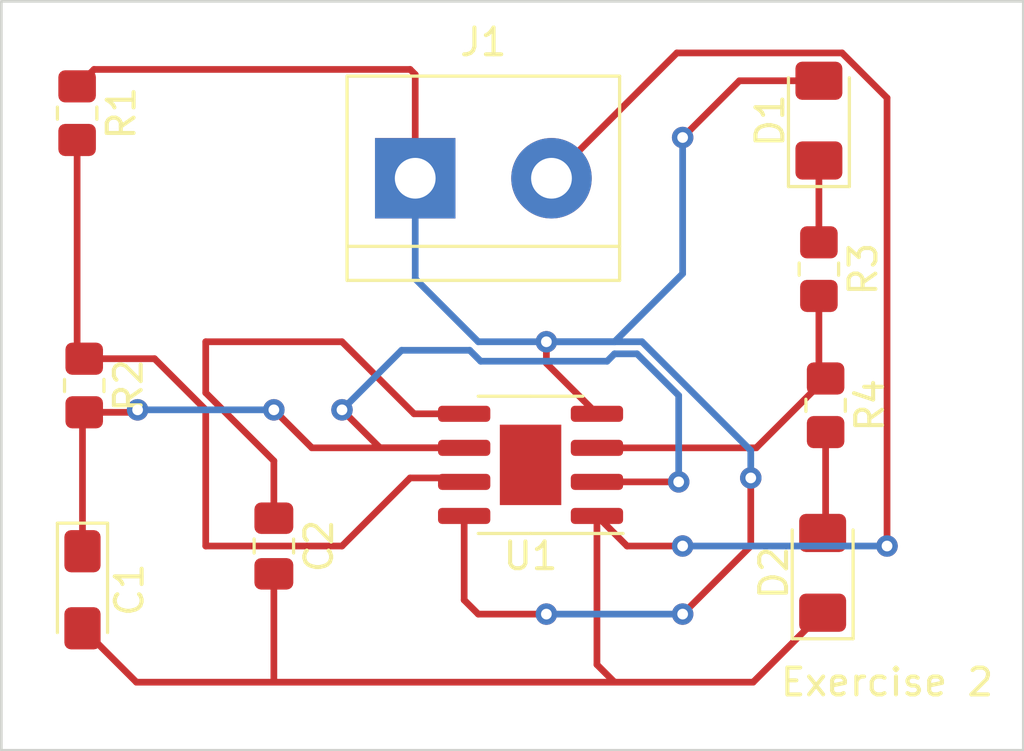
<source format=kicad_pcb>
(kicad_pcb (version 20211014) (generator pcbnew)
  (layers (0 "F.Cu" signal) (31 "B.Cu" signal) (34 "B.Paste" user) (35 "F.Paste" user) (36 "B.SilkS" user "B.Silkscreen") (37 "F.SilkS" user "F.Silkscreen") (38 "B.Mask" user) (39 "F.Mask" user) (44 "Edge.Cuts" user))
  (net 0 "")
  (net 1 "GND")
  (net 2 "/pin_2")
  (net 3 "/pin_3")
  (net 4 "+9V")
  (net 5 "Net-(C2-Pad1)")
  (net 6 "/pin_7")
  (net 7 "Net-(D1-Pad1)")
  (net 8 "Net-(D2-Pad2)")
  (footprint "LED_SMD:LED_1206_3216Metric_Pad1.42x1.75mm_HandSolder" (layer "F.Cu") (at 157.48 78.11 90)
    (fp_text reference "D1" (at 0 -1.82 90) (layer "F.SilkS"))
    (fp_text value "LED")
    (fp_line (start -2.46 1.135) (end 1.6 1.135) (layer "F.SilkS") (width 0.12))
    (fp_line (start 1.6 -1.135) (end -2.46 -1.135) (layer "F.SilkS") (width 0.12))
    (fp_line (start -2.46 -1.135) (end -2.46 1.135) (layer "F.SilkS") (width 0.12))
    (pad "1" smd roundrect (at -1.4875 0 90) (size 1.425 1.75) (layers "F.Cu" "F.Paste" "F.Mask") (roundrect_rratio 0.175439) (net 7 "Net-(D1-Pad1)"))
    (pad "2" smd roundrect (at 1.4875 0 90) (size 1.425 1.75) (layers "F.Cu" "F.Paste" "F.Mask") (roundrect_rratio 0.175439) (net 4 "+9V"))
  )
  (footprint "Resistor_SMD:R_0805_2012Metric_Pad1.20x1.40mm_HandSolder" (layer "F.Cu") (at 130.09 87.991744 -90)
    (fp_text reference "R2" (at 0 -1.65 90) (layer "F.SilkS"))
    (fp_text value "10k")
    (fp_line (start -0.227064 -0.735) (end 0.227064 -0.735) (layer "F.SilkS") (width 0.12))
    (fp_line (start -0.227064 0.735) (end 0.227064 0.735) (layer "F.SilkS") (width 0.12))
    (pad "1" smd roundrect (at -1 0 270) (size 1.2 1.4) (layers "F.Cu" "F.Paste" "F.Mask") (roundrect_rratio 0.208333) (net 6 "/pin_7"))
    (pad "2" smd roundrect (at 1 0 270) (size 1.2 1.4) (layers "F.Cu" "F.Paste" "F.Mask") (roundrect_rratio 0.208333) (net 2 "/pin_2"))
  )
  (footprint "Resistor_SMD:R_0805_2012Metric_Pad1.20x1.40mm_HandSolder" (layer "F.Cu") (at 157.73 88.73 -90)
    (fp_text reference "R4" (at 0 -1.65 90) (layer "F.SilkS"))
    (fp_text value "1k")
    (fp_line (start -0.227064 -0.735) (end 0.227064 -0.735) (layer "F.SilkS") (width 0.12))
    (fp_line (start -0.227064 0.735) (end 0.227064 0.735) (layer "F.SilkS") (width 0.12))
    (pad "1" smd roundrect (at -1 0 270) (size 1.2 1.4) (layers "F.Cu" "F.Paste" "F.Mask") (roundrect_rratio 0.208333) (net 3 "/pin_3"))
    (pad "2" smd roundrect (at 1 0 270) (size 1.2 1.4) (layers "F.Cu" "F.Paste" "F.Mask") (roundrect_rratio 0.208333) (net 8 "Net-(D2-Pad2)"))
  )
  (footprint "Resistor_SMD:R_0805_2012Metric_Pad1.20x1.40mm_HandSolder" (layer "F.Cu") (at 157.48 83.65 -90)
    (fp_text reference "R3" (at 0 -1.65 90) (layer "F.SilkS"))
    (fp_text value "1k")
    (fp_line (start -0.227064 0.735) (end 0.227064 0.735) (layer "F.SilkS") (width 0.12))
    (fp_line (start -0.227064 -0.735) (end 0.227064 -0.735) (layer "F.SilkS") (width 0.12))
    (pad "1" smd roundrect (at -1 0 270) (size 1.2 1.4) (layers "F.Cu" "F.Paste" "F.Mask") (roundrect_rratio 0.208333) (net 7 "Net-(D1-Pad1)"))
    (pad "2" smd roundrect (at 1 0 270) (size 1.2 1.4) (layers "F.Cu" "F.Paste" "F.Mask") (roundrect_rratio 0.208333) (net 3 "/pin_3"))
  )
  (footprint "Package_SO:SOIC-8-1EP_3.9x4.9mm_P1.27mm_EP2.29x3mm" (layer "F.Cu") (at 146.73 90.9525 180)
    (fp_text reference "U1" (at 0 -3.4) (layer "F.SilkS"))
    (fp_text value " ")
    (fp_line (start 0 2.56) (end 1.95 2.56) (layer "F.SilkS") (width 0.12))
    (fp_line (start 0 -2.56) (end -3.45 -2.56) (layer "F.SilkS") (width 0.12))
    (fp_line (start 0 -2.56) (end 1.95 -2.56) (layer "F.SilkS") (width 0.12))
    (fp_line (start 0 2.56) (end -1.95 2.56) (layer "F.SilkS") (width 0.12))
    (pad "1" smd roundrect (at -2.475 -1.905 180) (size 1.95 0.6) (layers "F.Cu" "F.Paste" "F.Mask") (net 1 "GND"))
    (pad "2" smd roundrect (at -2.475 -0.635 180) (size 1.95 0.6) (layers "F.Cu" "F.Paste" "F.Mask") (net 2 "/pin_2"))
    (pad "3" smd roundrect (at -2.475 0.635 180) (size 1.95 0.6) (layers "F.Cu" "F.Paste" "F.Mask") (net 3 "/pin_3"))
    (pad "4" smd roundrect (at -2.475 1.905 180) (size 1.95 0.6) (layers "F.Cu" "F.Paste" "F.Mask") (net 4 "+9V"))
    (pad "5" smd roundrect (at 2.475 1.905 180) (size 1.95 0.6) (layers "F.Cu" "F.Paste" "F.Mask") (net 5 "Net-(C2-Pad1)"))
    (pad "6" smd roundrect (at 2.475 0.635 180) (size 1.95 0.6) (layers "F.Cu" "F.Paste" "F.Mask") (net 2 "/pin_2"))
    (pad "7" smd roundrect (at 2.475 -0.635 180) (size 1.95 0.6) (layers "F.Cu" "F.Paste" "F.Mask") (net 6 "/pin_7"))
    (pad "8" smd roundrect (at 2.475 -1.905 180) (size 1.95 0.6) (layers "F.Cu" "F.Paste" "F.Mask") (net 4 "+9V"))
    (pad "9" smd rect (at 0 0 180) (size 2.29 3) (layers "F.Cu" "F.Mask"))
  )
  (footprint "Resistor_SMD:R_0805_2012Metric_Pad1.20x1.40mm_HandSolder" (layer "F.Cu") (at 129.825 77.831744 -90)
    (fp_text reference "R1" (at 0 -1.65 90) (layer "F.SilkS"))
    (fp_text value "1k")
    (fp_line (start -0.227064 0.735) (end 0.227064 0.735) (layer "F.SilkS") (width 0.12))
    (fp_line (start -0.227064 -0.735) (end 0.227064 -0.735) (layer "F.SilkS") (width 0.12))
    (pad "1" smd roundrect (at -1 0 270) (size 1.2 1.4) (layers "F.Cu" "F.Paste" "F.Mask") (roundrect_rratio 0.208333) (net 4 "+9V"))
    (pad "2" smd roundrect (at 1 0 270) (size 1.2 1.4) (layers "F.Cu" "F.Paste" "F.Mask") (roundrect_rratio 0.208333) (net 6 "/pin_7"))
  )
  (footprint "TerminalBlock:TerminalBlock_bornier-2_P5.08mm" (layer "F.Cu") (at 142.43 80.26)
    (fp_text reference "J1" (at 2.54 -5.08) (layer "F.SilkS"))
    (fp_text value " ")
    (fp_line (start 7.62 3.81) (end 7.62 -3.81) (layer "F.SilkS") (width 0.12))
    (fp_line (start 7.62 2.54) (end -2.54 2.54) (layer "F.SilkS") (width 0.12))
    (fp_line (start 7.62 -3.81) (end -2.54 -3.81) (layer "F.SilkS") (width 0.12))
    (fp_line (start -2.54 3.81) (end 7.62 3.81) (layer "F.SilkS") (width 0.12))
    (fp_line (start -2.54 -3.81) (end -2.54 3.81) (layer "F.SilkS") (width 0.12))
    (pad "1" thru_hole rect (at 0 0) (size 3 3) (drill 1.52) (layers *.Cu *.Mask) (net 4 "+9V"))
    (pad "2" thru_hole circle (at 5.08 0) (size 3 3) (drill 1.52) (layers *.Cu *.Mask) (net 1 "GND"))
  )
  (footprint "LED_SMD:LED_1206_3216Metric_Pad1.42x1.75mm_HandSolder" (layer "F.Cu") (at 157.62 94.98 90)
    (fp_text reference "D2" (at 0 -1.82 90) (layer "F.SilkS"))
    (fp_text value "LED")
    (fp_line (start 1.6 -1.135) (end -2.46 -1.135) (layer "F.SilkS") (width 0.12))
    (fp_line (start -2.46 1.135) (end 1.6 1.135) (layer "F.SilkS") (width 0.12))
    (fp_line (start -2.46 -1.135) (end -2.46 1.135) (layer "F.SilkS") (width 0.12))
    (pad "1" smd roundrect (at -1.4875 0 90) (size 1.425 1.75) (layers "F.Cu" "F.Paste" "F.Mask") (roundrect_rratio 0.175439) (net 1 "GND"))
    (pad "2" smd roundrect (at 1.4875 0 90) (size 1.425 1.75) (layers "F.Cu" "F.Paste" "F.Mask") (roundrect_rratio 0.175439) (net 8 "Net-(D2-Pad2)"))
  )
  (footprint "Capacitor_Tantalum_SMD:CP_EIA-3216-18_Kemet-A_Pad1.58x1.35mm_HandSolder" (layer "F.Cu") (at 130.025 95.611744 -90)
    (fp_text reference "C1" (at 0 -1.75 90) (layer "F.SilkS"))
    (fp_text value "10uF")
    (fp_line (start -2.485 0.935) (end 1.6 0.935) (layer "F.SilkS") (width 0.12))
    (fp_line (start 1.6 -0.935) (end -2.485 -0.935) (layer "F.SilkS") (width 0.12))
    (fp_line (start -2.485 -0.935) (end -2.485 0.935) (layer "F.SilkS") (width 0.12))
    (pad "1" smd roundrect (at -1.4375 0 270) (size 1.575 1.35) (layers "F.Cu" "F.Paste" "F.Mask") (roundrect_rratio 0.185185) (net 2 "/pin_2"))
    (pad "2" smd roundrect (at 1.4375 0 270) (size 1.575 1.35) (layers "F.Cu" "F.Paste" "F.Mask") (roundrect_rratio 0.185185) (net 1 "GND"))
  )
  (footprint "Capacitor_SMD:C_0805_2012Metric_Pad1.18x1.45mm_HandSolder" (layer "F.Cu") (at 137.16 93.98 -90)
    (fp_text reference "C2" (at 0 -1.68 90) (layer "F.SilkS"))
    (fp_text value "0.01uF")
    (fp_line (start -0.261252 -0.735) (end 0.261252 -0.735) (layer "F.SilkS") (width 0.12))
    (fp_line (start -0.261252 0.735) (end 0.261252 0.735) (layer "F.SilkS") (width 0.12))
    (pad "1" smd roundrect (at -1.0375 0 270) (size 1.175 1.45) (layers "F.Cu" "F.Paste" "F.Mask") (roundrect_rratio 0.212766) (net 5 "Net-(C2-Pad1)"))
    (pad "2" smd roundrect (at 1.0375 0 270) (size 1.175 1.45) (layers "F.Cu" "F.Paste" "F.Mask") (roundrect_rratio 0.212766) (net 1 "GND"))
  )
  (gr_rect (start 127 73.66) (end 165.1 101.6) (layer "Edge.Cuts") (width 0.1) (fill none))
  (gr_text "Exercise 2" (at 160.02 99.06) (layer "F.SilkS") (effects (font (size 1 1))))
  (segment (start 132.035756 99.06) (end 149.86 99.06) (width 0.25) (layer "F.Cu") (net 1))
  (segment (start 150.3275 93.98) (end 149.205 92.8575) (width 0.25) (layer "F.Cu") (net 1))
  (segment (start 149.205 98.405) (end 149.86 99.06) (width 0.25) (layer "F.Cu") (net 1))
  (segment (start 160.02 77.261828) (end 160.02 93.98) (width 0.25) (layer "F.Cu") (net 1))
  (segment (start 149.205 92.8575) (end 149.205 98.405) (width 0.25) (layer "F.Cu") (net 1))
  (segment (start 149.86 99.06) (end 155.0275 99.06) (width 0.25) (layer "F.Cu") (net 1))
  (segment (start 147.51 80.26) (end 152.185 75.585) (width 0.25) (layer "F.Cu") (net 1))
  (segment (start 155.0275 99.06) (end 157.62 96.4675) (width 0.25) (layer "F.Cu") (net 1))
  (segment (start 152.185 75.585) (end 158.343172 75.585) (width 0.25) (layer "F.Cu") (net 1))
  (segment (start 158.343172 75.585) (end 160.02 77.261828) (width 0.25) (layer "F.Cu") (net 1))
  (segment (start 137.16 95.0175) (end 137.16 99.06) (width 0.25) (layer "F.Cu") (net 1))
  (segment (start 130.025 97.049244) (end 132.035756 99.06) (width 0.25) (layer "F.Cu") (net 1))
  (segment (start 152.4 93.98) (end 150.3275 93.98) (width 0.25) (layer "F.Cu") (net 1))
  (via (at 152.4 93.98) (size 0.8) (drill 0.4) (layers "F.Cu" "B.Cu") (net 1))
  (via (at 160.02 93.98) (size 0.8) (drill 0.4) (layers "F.Cu" "B.Cu") (net 1))
  (segment (start 160.02 93.98) (end 152.4 93.98) (width 0.25) (layer "B.Cu") (net 1))
  (segment (start 130.09 88.991744) (end 130.025 89.056744) (width 0.25) (layer "F.Cu") (net 2))
  (segment (start 149.205 91.5875) (end 152.2525 91.5875) (width 0.25) (layer "F.Cu") (net 2))
  (segment (start 141.1175 90.3175) (end 139.7 88.9) (width 0.25) (layer "F.Cu") (net 2))
  (segment (start 144.255 90.3175) (end 141.1175 90.3175) (width 0.25) (layer "F.Cu") (net 2))
  (segment (start 130.025 89.056744) (end 130.025 94.174244) (width 0.25) (layer "F.Cu") (net 2))
  (segment (start 137.16 88.9) (end 138.5775 90.3175) (width 0.25) (layer "F.Cu") (net 2))
  (segment (start 130.09 88.991744) (end 131.988256 88.991744) (width 0.25) (layer "F.Cu") (net 2))
  (segment (start 138.5775 90.3175) (end 144.255 90.3175) (width 0.25) (layer "F.Cu") (net 2))
  (segment (start 131.988256 88.991744) (end 132.08 88.9) (width 0.25) (layer "F.Cu") (net 2))
  (via (at 139.7 88.9) (size 0.8) (drill 0.4) (layers "F.Cu" "B.Cu") (net 2))
  (via (at 137.16 88.9) (size 0.8) (drill 0.4) (layers "F.Cu" "B.Cu") (net 2))
  (via (at 152.2525 91.5875) (size 0.8) (drill 0.4) (layers "F.Cu" "B.Cu") (net 2))
  (via (at 132.08 88.9) (size 0.8) (drill 0.4) (layers "F.Cu" "B.Cu") (net 2))
  (segment (start 149.86 86.81) (end 149.585 87.085) (width 0.25) (layer "B.Cu") (net 2))
  (segment (start 152.2525 88.363591) (end 150.698909 86.81) (width 0.25) (layer "B.Cu") (net 2))
  (segment (start 144.868604 87.085) (end 144.461802 86.678198) (width 0.25) (layer "B.Cu") (net 2))
  (segment (start 150.698909 86.81) (end 149.86 86.81) (width 0.25) (layer "B.Cu") (net 2))
  (segment (start 149.585 87.085) (end 144.868604 87.085) (width 0.25) (layer "B.Cu") (net 2))
  (segment (start 141.921802 86.678198) (end 139.7 88.9) (width 0.25) (layer "B.Cu") (net 2))
  (segment (start 144.461802 86.678198) (end 141.921802 86.678198) (width 0.25) (layer "B.Cu") (net 2))
  (segment (start 152.2525 91.5875) (end 152.2525 88.363591) (width 0.25) (layer "B.Cu") (net 2))
  (segment (start 132.08 88.9) (end 137.16 88.9) (width 0.25) (layer "B.Cu") (net 2))
  (segment (start 157.48 87.48) (end 157.73 87.73) (width 0.25) (layer "F.Cu") (net 3))
  (segment (start 155.1425 90.3175) (end 149.205 90.3175) (width 0.25) (layer "F.Cu") (net 3))
  (segment (start 157.73 87.73) (end 155.1425 90.3175) (width 0.25) (layer "F.Cu") (net 3))
  (segment (start 157.48 84.65) (end 157.48 87.48) (width 0.25) (layer "F.Cu") (net 3))
  (segment (start 149.205 89.0475) (end 147.32 87.1625) (width 0.25) (layer "F.Cu") (net 4))
  (segment (start 142.43 76.39) (end 142.43 80.26) (width 0.25) (layer "F.Cu") (net 4))
  (segment (start 130.456744 76.2) (end 142.24 76.2) (width 0.25) (layer "F.Cu") (net 4))
  (segment (start 152.4 96.52) (end 154.94 93.98) (width 0.25) (layer "F.Cu") (net 4))
  (segment (start 147.32 87.1625) (end 147.32 86.36) (width 0.25) (layer "F.Cu") (net 4))
  (segment (start 142.24 76.2) (end 142.43 76.39) (width 0.25) (layer "F.Cu") (net 4))
  (segment (start 129.825 76.831744) (end 130.456744 76.2) (width 0.25) (layer "F.Cu") (net 4))
  (segment (start 152.4 78.74) (end 154.5175 76.6225) (width 0.25) (layer "F.Cu") (net 4))
  (segment (start 144.255 92.8575) (end 144.255 95.995) (width 0.25) (layer "F.Cu") (net 4))
  (segment (start 144.78 96.52) (end 147.32 96.52) (width 0.25) (layer "F.Cu") (net 4))
  (segment (start 154.5175 76.6225) (end 157.48 76.6225) (width 0.25) (layer "F.Cu") (net 4))
  (segment (start 154.94 93.98) (end 154.94 91.44) (width 0.25) (layer "F.Cu") (net 4))
  (segment (start 144.255 95.995) (end 144.78 96.52) (width 0.25) (layer "F.Cu") (net 4))
  (via (at 152.4 96.52) (size 0.8) (drill 0.4) (layers "F.Cu" "B.Cu") (net 4))
  (via (at 152.4 78.74) (size 0.8) (drill 0.4) (layers "F.Cu" "B.Cu") (net 4))
  (via (at 147.32 96.52) (size 0.8) (drill 0.4) (layers "F.Cu" "B.Cu") (net 4))
  (via (at 154.94 91.44) (size 0.8) (drill 0.4) (layers "F.Cu" "B.Cu") (net 4))
  (via (at 147.32 86.36) (size 0.8) (drill 0.4) (layers "F.Cu" "B.Cu") (net 4))
  (segment (start 144.78 86.36) (end 142.43 84.01) (width 0.25) (layer "B.Cu") (net 4))
  (segment (start 150.885305 86.36) (end 147.32 86.36) (width 0.25) (layer "B.Cu") (net 4))
  (segment (start 147.32 86.36) (end 144.78 86.36) (width 0.25) (layer "B.Cu") (net 4))
  (segment (start 154.94 91.44) (end 154.94 90.414695) (width 0.25) (layer "B.Cu") (net 4))
  (segment (start 152.4 83.82) (end 152.4 78.74) (width 0.25) (layer "B.Cu") (net 4))
  (segment (start 149.86 86.36) (end 152.4 83.82) (width 0.25) (layer "B.Cu") (net 4))
  (segment (start 147.32 86.36) (end 149.86 86.36) (width 0.25) (layer "B.Cu") (net 4))
  (segment (start 154.94 90.414695) (end 150.885305 86.36) (width 0.25) (layer "B.Cu") (net 4))
  (segment (start 147.32 96.52) (end 152.4 96.52) (width 0.25) (layer "B.Cu") (net 4))
  (segment (start 142.43 84.01) (end 142.43 80.26) (width 0.25) (layer "B.Cu") (net 4))
  (segment (start 139.7 86.36) (end 142.3875 89.0475) (width 0.25) (layer "F.Cu") (net 5))
  (segment (start 137.16 90.803604) (end 134.62 88.263604) (width 0.25) (layer "F.Cu") (net 5))
  (segment (start 137.16 92.9425) (end 137.16 90.803604) (width 0.25) (layer "F.Cu") (net 5))
  (segment (start 134.62 86.36) (end 139.7 86.36) (width 0.25) (layer "F.Cu") (net 5))
  (segment (start 134.62 88.263604) (end 134.62 86.36) (width 0.25) (layer "F.Cu") (net 5))
  (segment (start 142.3875 89.0475) (end 144.255 89.0475) (width 0.25) (layer "F.Cu") (net 5))
  (segment (start 139.7 93.98) (end 142.24 91.44) (width 0.25) (layer "F.Cu") (net 6))
  (segment (start 144.1075 91.44) (end 144.255 91.5875) (width 0.25) (layer "F.Cu") (net 6))
  (segment (start 132.711744 86.991744) (end 134.62 88.9) (width 0.25) (layer "F.Cu") (net 6))
  (segment (start 129.825 78.831744) (end 129.825 86.726744) (width 0.25) (layer "F.Cu") (net 6))
  (segment (start 129.825 86.726744) (end 130.09 86.991744) (width 0.25) (layer "F.Cu") (net 6))
  (segment (start 130.09 86.991744) (end 132.711744 86.991744) (width 0.25) (layer "F.Cu") (net 6))
  (segment (start 134.62 93.98) (end 139.7 93.98) (width 0.25) (layer "F.Cu") (net 6))
  (segment (start 134.62 88.9) (end 134.62 93.98) (width 0.25) (layer "F.Cu") (net 6))
  (segment (start 142.24 91.44) (end 144.1075 91.44) (width 0.25) (layer "F.Cu") (net 6))
  (segment (start 157.48 79.5975) (end 157.48 82.65) (width 0.25) (layer "F.Cu") (net 7))
  (segment (start 157.73 93.3825) (end 157.62 93.4925) (width 0.25) (layer "F.Cu") (net 8))
  (segment (start 157.73 89.73) (end 157.73 93.3825) (width 0.25) (layer "F.Cu") (net 8))
)
</source>
